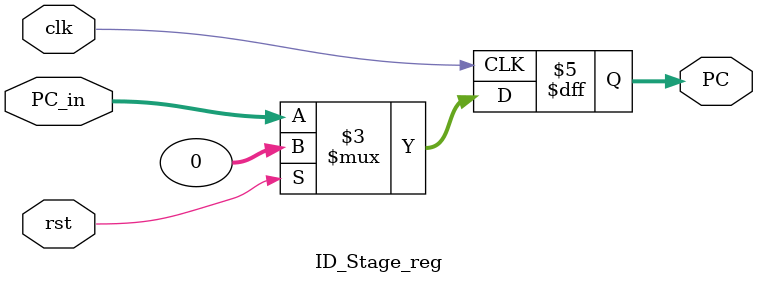
<source format=v>
module ID_Stage_reg
	(
		clk,
		rst,
		PC_in,
		PC
	);
	
	// input and output ports
	input			clk;
	input			rst;
	input	[31:0]	PC_in;
	output	[31:0]	PC;
	
	// registers
	reg		[31:0]	PC;
	
	// build module
	always @(posedge clk)
	begin
		if(rst)
			PC <= 32'b0;
		else
			PC = PC_in;
	end
	
endmodule

</source>
